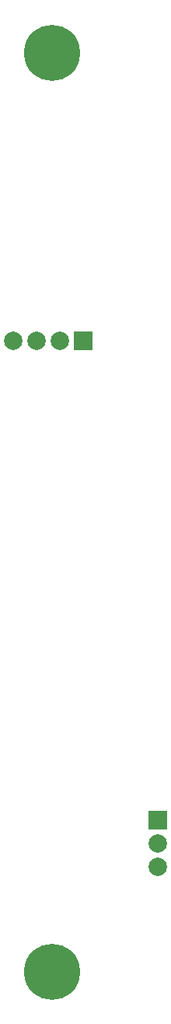
<source format=gbs>
G04*
G04 #@! TF.GenerationSoftware,Altium Limited,Altium Designer,24.2.2 (26)*
G04*
G04 Layer_Color=16711935*
%FSLAX43Y43*%
%MOMM*%
G71*
G04*
G04 #@! TF.SameCoordinates,CE86931C-6916-4A25-866B-2747C1F1E0B7*
G04*
G04*
G04 #@! TF.FilePolarity,Negative*
G04*
G01*
G75*
%ADD36C,2.000*%
%ADD37R,2.000X2.000*%
%ADD38R,2.000X2.000*%
%ADD39C,6.100*%
D36*
X20228Y24765D02*
D03*
Y27305D02*
D03*
X7030Y82000D02*
D03*
X9570D02*
D03*
X4490D02*
D03*
D37*
X20228Y29845D02*
D03*
D38*
X12110Y82000D02*
D03*
D39*
X8706Y113354D02*
D03*
Y13354D02*
D03*
M02*

</source>
